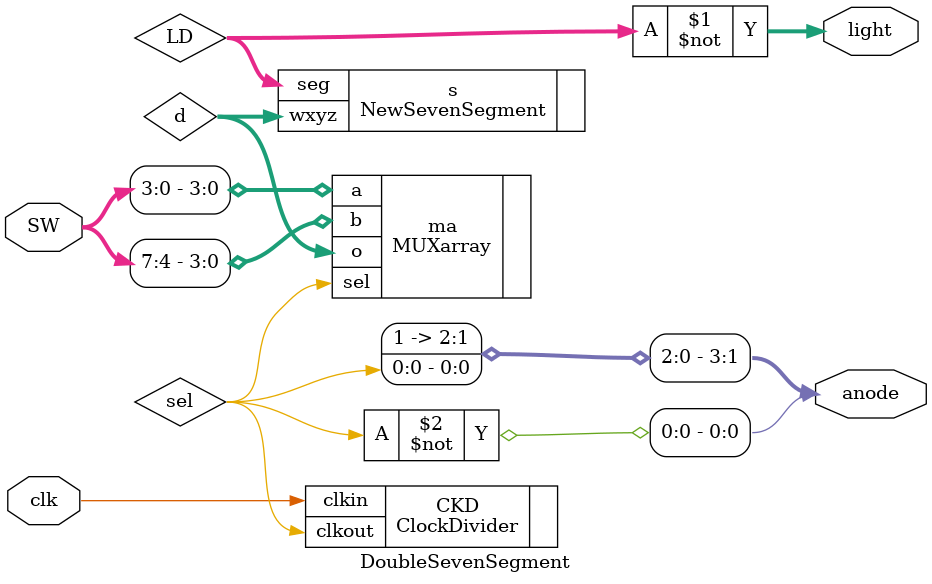
<source format=v>
`timescale 1ns / 1ps


module DoubleSevenSegment #( parameter PRESCALER = 50000)(
input clk ,
input [7:0] SW,
output [3:0] anode,
output [6:0] light
);
wire sel;
wire [3:0] d;
wire [6:0] LD;
assign light = ~LD;

ClockDivider #(.PRESCALER(PRESCALER)) CKD(
.clkin(clk),
.clkout(sel)
);

assign anode[0] = ~sel;
assign anode[1] = sel;
assign anode[3:2] = 2'b11;

MUXarray ma(.sel(sel), .a(SW[3:0]), .b(SW[7:4]), .o(d));
NewSevenSegment s(.wxyz(d), .seg(LD));

// add other signals and modules here
endmodule

</source>
